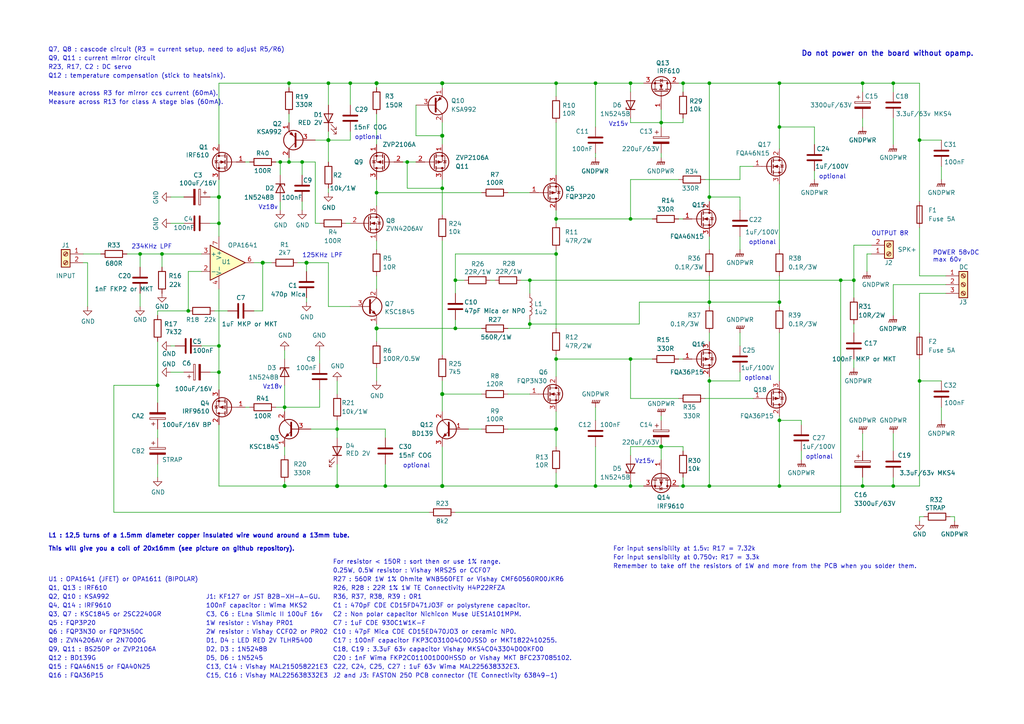
<source format=kicad_sch>
(kicad_sch (version 20211123) (generator eeschema)
  (paper "A4")
  (title_block (title "Q17-TURBO (P2) Amplifier") (date "2022-09-09") (rev "1.0") (company "by eng. Tiberiu Vicol") (comment 1 "Modified by Stef for the Q17-TURBO project") (comment 4 "Q17 a QUAD405 audiophile approach"))
  (junction (at 243.84 81.28))
  (junction (at 247.65 81.28))
  (junction (at 54.61 90.17))
  (junction (at 259.08 140.97))
  (junction (at 81.28 46.99))
  (junction (at 205.74 24.13))
  (junction (at 63.5 100.33))
  (junction (at 226.06 87.63))
  (junction (at 76.2 76.2) (diameter 1.016))
  (junction (at 128.27 140.97) (diameter 1.016))
  (junction (at 259.08 24.13))
  (junction (at 205.74 57.15))
  (junction (at 250.19 140.97))
  (junction (at 128.27 39.37) (diameter 1.016))
  (junction (at 205.74 87.63))
  (junction (at 45.72 111.76))
  (junction (at 118.11 46.99))
  (junction (at 83.82 46.99))
  (junction (at 153.67 93.98))
  (junction (at 101.6 24.13))
  (junction (at 63.5 107.95))
  (junction (at 226.06 24.13))
  (junction (at 82.55 140.97) (diameter 1.016))
  (junction (at 266.7 40.64))
  (junction (at 250.19 24.13))
  (junction (at 226.06 36.83))
  (junction (at 109.22 95.25) (diameter 1.016))
  (junction (at 182.88 63.5))
  (junction (at 109.22 24.13) (diameter 1.016))
  (junction (at 88.9 76.2) (diameter 1.016))
  (junction (at 191.77 129.54) (diameter 1.016))
  (junction (at 46.99 73.66))
  (junction (at 161.29 24.13))
  (junction (at 95.25 24.13))
  (junction (at 97.79 124.46))
  (junction (at 198.12 24.13))
  (junction (at 83.82 24.13))
  (junction (at 128.27 54.61))
  (junction (at 161.29 140.97))
  (junction (at 132.08 81.28))
  (junction (at 97.79 140.97) (diameter 1.016))
  (junction (at 128.27 24.13) (diameter 1.016))
  (junction (at 198.12 140.97))
  (junction (at 172.72 24.13))
  (junction (at 161.29 73.66))
  (junction (at 40.64 73.66))
  (junction (at 153.67 81.28))
  (junction (at 172.72 140.97))
  (junction (at 161.29 63.5))
  (junction (at 87.63 46.99))
  (junction (at 161.29 104.14))
  (junction (at 82.55 118.11))
  (junction (at 161.29 124.46) (diameter 1.016))
  (junction (at 109.22 55.88))
  (junction (at 226.06 140.97))
  (junction (at 182.88 104.14))
  (junction (at 63.5 64.77))
  (junction (at 111.76 140.97))
  (junction (at 191.77 35.56))
  (junction (at 128.27 114.3) (diameter 1.016))
  (junction (at 205.74 110.49))
  (junction (at 95.25 40.64) (diameter 1.016))
  (junction (at 182.88 24.13))
  (junction (at 63.5 57.15) (diameter 1.016))
  (junction (at 205.74 140.97))
  (junction (at 226.06 121.92))
  (junction (at 132.08 95.25))
  (junction (at 266.7 110.49))
  (junction (at 182.88 140.97))
  (wire (pts (xy 250.19 24.13) (xy 259.08 24.13)))
  (wire (pts (xy 134.62 81.28) (xy 132.08 81.28)))
  (wire (pts (xy 198.12 130.81) (xy 198.12 129.54)))
  (wire (pts (xy 88.9 76.2) (xy 95.25 76.2)))
  (wire (pts (xy 153.67 81.28) (xy 243.84 81.28)))
  (wire (pts (xy 124.46 148.59) (xy 33.02 148.59)))
  (wire (pts (xy 45.72 111.76) (xy 45.72 116.84)))
  (wire (pts (xy 132.08 73.66) (xy 161.29 73.66)))
  (wire (pts (xy 95.25 40.64) (xy 95.25 38.1)))
  (wire (pts (xy 91.44 40.64) (xy 95.25 40.64)))
  (wire (pts (xy 97.79 121.92) (xy 97.79 124.46)))
  (wire (pts (xy 182.88 63.5) (xy 189.23 63.5)))
  (wire (pts (xy 118.11 54.61) (xy 118.11 46.99)))
  (wire (pts (xy 198.12 129.54) (xy 191.77 129.54)))
  (wire (pts (xy 83.82 33.02) (xy 83.82 35.56)))
  (wire (pts (xy 226.06 24.13) (xy 226.06 36.83)))
  (wire (pts (xy 91.44 64.77) (xy 91.44 46.99)))
  (wire (pts (xy 128.27 54.61) (xy 118.11 54.61)))
  (wire (pts (xy 71.12 46.99) (xy 72.39 46.99)))
  (wire (pts (xy 198.12 24.13) (xy 198.12 26.67)))
  (wire (pts (xy 45.72 99.06) (xy 45.72 111.76)))
  (wire (pts (xy 266.7 85.09) (xy 266.7 96.52)))
  (wire (pts (xy 226.06 36.83) (xy 226.06 43.18)))
  (wire (pts (xy 161.29 119.38) (xy 161.29 124.46)))
  (wire (pts (xy 161.29 124.46) (xy 161.29 129.54)))
  (wire (pts (xy 232.41 133.35) (xy 232.41 130.81)))
  (wire (pts (xy 132.08 73.66) (xy 132.08 81.28)))
  (wire (pts (xy 161.29 63.5) (xy 182.88 63.5)))
  (wire (pts (xy 243.84 81.28) (xy 243.84 148.59)))
  (wire (pts (xy 226.06 87.63) (xy 226.06 88.9)))
  (wire (pts (xy 40.64 77.47) (xy 40.64 73.66)))
  (wire (pts (xy 45.72 134.62) (xy 45.72 138.43)))
  (wire (pts (xy 76.2 76.2) (xy 76.2 90.17)))
  (wire (pts (xy 153.67 93.98) (xy 153.67 95.25)))
  (wire (pts (xy 236.22 41.91) (xy 236.22 36.83)))
  (wire (pts (xy 128.27 69.85) (xy 128.27 102.87)))
  (wire (pts (xy 45.72 124.46) (xy 45.72 127)))
  (wire (pts (xy 191.77 31.75) (xy 191.77 35.56)))
  (wire (pts (xy 63.5 113.03) (xy 63.5 107.95)))
  (wire (pts (xy 205.74 96.52) (xy 205.74 99.06)))
  (wire (pts (xy 247.65 81.28) (xy 247.65 86.36)))
  (wire (pts (xy 214.63 48.26) (xy 218.44 48.26)))
  (wire (pts (xy 111.76 134.62) (xy 111.76 140.97)))
  (wire (pts (xy 247.65 71.12) (xy 247.65 81.28)))
  (wire (pts (xy 226.06 36.83) (xy 236.22 36.83)))
  (wire (pts (xy 226.06 110.49) (xy 226.06 96.52)))
  (wire (pts (xy 83.82 45.72) (xy 83.82 46.99)))
  (wire (pts (xy 161.29 104.14) (xy 161.29 109.22)))
  (wire (pts (xy 40.64 73.66) (xy 46.99 73.66)))
  (wire (pts (xy 128.27 52.07) (xy 128.27 54.61)))
  (wire (pts (xy 132.08 81.28) (xy 132.08 85.09)))
  (wire (pts (xy 205.74 140.97) (xy 226.06 140.97)))
  (wire (pts (xy 161.29 140.97) (xy 172.72 140.97)))
  (wire (pts (xy 182.88 24.13) (xy 186.69 24.13)))
  (wire (pts (xy 25.4 88.9) (xy 25.4 76.2)))
  (wire (pts (xy 236.22 49.53) (xy 236.22 52.07)))
  (wire (pts (xy 63.5 123.19) (xy 63.5 140.97)))
  (wire (pts (xy 71.12 118.11) (xy 72.39 118.11)))
  (wire (pts (xy 153.67 55.88) (xy 147.32 55.88)))
  (wire (pts (xy 33.02 111.76) (xy 45.72 111.76)))
  (wire (pts (xy 33.02 148.59) (xy 33.02 111.76)))
  (wire (pts (xy 250.19 138.43) (xy 250.19 140.97)))
  (wire (pts (xy 128.27 35.56) (xy 128.27 39.37)))
  (wire (pts (xy 161.29 35.56) (xy 161.29 50.8)))
  (wire (pts (xy 198.12 140.97) (xy 205.74 140.97)))
  (wire (pts (xy 153.67 93.98) (xy 185.42 93.98)))
  (wire (pts (xy 82.55 139.7) (xy 82.55 140.97)))
  (wire (pts (xy 80.01 46.99) (xy 81.28 46.99)))
  (wire (pts (xy 259.08 24.13) (xy 259.08 26.67)))
  (wire (pts (xy 251.46 78.74) (xy 251.46 73.66)))
  (wire (pts (xy 182.88 104.14) (xy 182.88 115.57)))
  (wire (pts (xy 46.99 77.47) (xy 46.99 73.66)))
  (wire (pts (xy 252.73 71.12) (xy 247.65 71.12)))
  (wire (pts (xy 60.96 107.95) (xy 63.5 107.95)))
  (wire (pts (xy 205.74 87.63) (xy 205.74 88.9)))
  (wire (pts (xy 204.47 52.07) (xy 214.63 52.07)))
  (wire (pts (xy 101.6 88.9) (xy 95.25 88.9)))
  (wire (pts (xy 95.25 88.9) (xy 95.25 76.2)))
  (wire (pts (xy 214.63 60.96) (xy 214.63 57.15)))
  (wire (pts (xy 36.83 73.66) (xy 40.64 73.66)))
  (wire (pts (xy 266.7 40.64) (xy 266.7 58.42)))
  (wire (pts (xy 128.27 24.13) (xy 161.29 24.13)))
  (wire (pts (xy 266.7 85.09) (xy 274.32 85.09)))
  (wire (pts (xy 259.08 140.97) (xy 250.19 140.97)))
  (wire (pts (xy 83.82 24.13) (xy 95.25 24.13)))
  (wire (pts (xy 128.27 114.3) (xy 139.7 114.3)))
  (wire (pts (xy 142.24 81.28) (xy 143.51 81.28)))
  (wire (pts (xy 62.23 90.17) (xy 66.04 90.17)))
  (wire (pts (xy 191.77 36.83) (xy 191.77 35.56)))
  (wire (pts (xy 172.72 140.97) (xy 182.88 140.97)))
  (wire (pts (xy 226.06 121.92) (xy 232.41 121.92)))
  (wire (pts (xy 63.5 52.07) (xy 63.5 57.15)))
  (wire (pts (xy 63.5 57.15) (xy 63.5 64.77)))
  (wire (pts (xy 95.25 40.64) (xy 101.6 40.64)))
  (wire (pts (xy 147.32 114.3) (xy 153.67 114.3)))
  (wire (pts (xy 60.96 64.77) (xy 63.5 64.77)))
  (wire (pts (xy 153.67 92.71) (xy 153.67 93.98)))
  (wire (pts (xy 147.32 95.25) (xy 153.67 95.25)))
  (wire (pts (xy 196.85 63.5) (xy 198.12 63.5)))
  (wire (pts (xy 82.55 140.97) (xy 97.79 140.97)))
  (wire (pts (xy 205.74 109.22) (xy 205.74 110.49)))
  (wire (pts (xy 196.85 104.14) (xy 198.12 104.14)))
  (wire (pts (xy 191.77 45.72) (xy 191.77 44.45)))
  (wire (pts (xy 49.53 64.77) (xy 53.34 64.77)))
  (wire (pts (xy 101.6 24.13) (xy 109.22 24.13)))
  (wire (pts (xy 161.29 24.13) (xy 172.72 24.13)))
  (wire (pts (xy 161.29 24.13) (xy 161.29 27.94)))
  (wire (pts (xy 81.28 46.99) (xy 83.82 46.99)))
  (wire (pts (xy 132.08 95.25) (xy 139.7 95.25)))
  (wire (pts (xy 92.71 113.03) (xy 92.71 118.11)))
  (wire (pts (xy 25.4 76.2) (xy 24.13 76.2)))
  (wire (pts (xy 97.79 124.46) (xy 97.79 127)))
  (wire (pts (xy 267.97 149.86) (xy 266.7 149.86)))
  (wire (pts (xy 118.11 46.99) (xy 120.65 46.99)))
  (wire (pts (xy 182.88 104.14) (xy 189.23 104.14)))
  (wire (pts (xy 128.27 110.49) (xy 128.27 114.3)))
  (wire (pts (xy 151.13 81.28) (xy 153.67 81.28)))
  (wire (pts (xy 226.06 120.65) (xy 226.06 121.92)))
  (wire (pts (xy 101.6 24.13) (xy 101.6 30.48)))
  (wire (pts (xy 80.01 118.11) (xy 82.55 118.11)))
  (wire (pts (xy 147.32 124.46) (xy 161.29 124.46)))
  (wire (pts (xy 161.29 102.87) (xy 161.29 104.14)))
  (wire (pts (xy 182.88 115.57) (xy 196.85 115.57)))
  (wire (pts (xy 214.63 96.52) (xy 214.63 100.33)))
  (wire (pts (xy 185.42 93.98) (xy 185.42 87.63)))
  (wire (pts (xy 95.25 30.48) (xy 95.25 24.13)))
  (wire (pts (xy 49.53 100.33) (xy 50.8 100.33)))
  (wire (pts (xy 97.79 114.3) (xy 97.79 110.49)))
  (wire (pts (xy 128.27 114.3) (xy 128.27 119.38)))
  (wire (pts (xy 182.88 35.56) (xy 191.77 35.56)))
  (wire (pts (xy 182.88 34.29) (xy 182.88 35.56)))
  (wire (pts (xy 214.63 68.58) (xy 214.63 72.39)))
  (wire (pts (xy 259.08 34.29) (xy 259.08 41.91)))
  (wire (pts (xy 109.22 80.01) (xy 109.22 83.82)))
  (wire (pts (xy 109.22 69.85) (xy 109.22 72.39)))
  (wire (pts (xy 109.22 52.07) (xy 109.22 55.88)))
  (wire (pts (xy 88.9 76.2) (xy 88.9 78.74)))
  (wire (pts (xy 86.36 76.2) (xy 88.9 76.2)))
  (wire (pts (xy 87.63 46.99) (xy 87.63 50.8)))
  (wire (pts (xy 128.27 39.37) (xy 128.27 41.91)))
  (wire (pts (xy 226.06 140.97) (xy 250.19 140.97)))
  (wire (pts (xy 252.73 73.66) (xy 251.46 73.66)))
  (wire (pts (xy 132.08 92.71) (xy 132.08 95.25)))
  (wire (pts (xy 172.72 45.72) (xy 172.72 44.45)))
  (wire (pts (xy 95.25 54.61) (xy 95.25 55.88)))
  (wire (pts (xy 139.7 124.46) (xy 135.89 124.46)))
  (wire (pts (xy 185.42 87.63) (xy 205.74 87.63)))
  (wire (pts (xy 132.08 148.59) (xy 243.84 148.59)))
  (wire (pts (xy 60.96 57.15) (xy 63.5 57.15)))
  (wire (pts (xy 205.74 110.49) (xy 205.74 140.97)))
  (wire (pts (xy 273.05 40.64) (xy 266.7 40.64)))
  (wire (pts (xy 54.61 78.74) (xy 58.42 78.74)))
  (wire (pts (xy 128.27 24.13) (xy 128.27 25.4)))
  (wire (pts (xy 182.88 52.07) (xy 196.85 52.07)))
  (wire (pts (xy 226.06 121.92) (xy 226.06 140.97)))
  (wire (pts (xy 196.85 140.97) (xy 198.12 140.97)))
  (wire (pts (xy 161.29 73.66) (xy 161.29 72.39)))
  (wire (pts (xy 273.05 110.49) (xy 266.7 110.49)))
  (wire (pts (xy 161.29 140.97) (xy 161.29 137.16)))
  (wire (pts (xy 128.27 129.54) (xy 128.27 140.97)))
  (wire (pts (xy 128.27 140.97) (xy 161.29 140.97)))
  (wire (pts (xy 45.72 90.17) (xy 45.72 91.44)))
  (wire (pts (xy 120.65 30.48) (xy 120.65 39.37)))
  (wire (pts (xy 63.5 41.91) (xy 63.5 24.13)))
  (wire (pts (xy 63.5 24.13) (xy 83.82 24.13)))
  (wire (pts (xy 90.17 124.46) (xy 97.79 124.46)))
  (wire (pts (xy 128.27 54.61) (xy 128.27 62.23)))
  (wire (pts (xy 191.77 121.92) (xy 191.77 120.65)))
  (wire (pts (xy 161.29 73.66) (xy 161.29 95.25)))
  (wire (pts (xy 259.08 125.73) (xy 259.08 130.81)))
  (wire (pts (xy 172.72 129.54) (xy 172.72 140.97)))
  (wire (pts (xy 161.29 63.5) (xy 161.29 64.77)))
  (wire (pts (xy 116.84 46.99) (xy 118.11 46.99)))
  (wire (pts (xy 83.82 25.4) (xy 83.82 24.13)))
  (wire (pts (xy 205.74 80.01) (xy 205.74 87.63)))
  (wire (pts (xy 226.06 80.01) (xy 226.06 87.63)))
  (wire (pts (xy 214.63 57.15) (xy 205.74 57.15)))
  (wire (pts (xy 266.7 24.13) (xy 266.7 40.64)))
  (wire (pts (xy 266.7 149.86) (xy 266.7 151.13)))
  (wire (pts (xy 109.22 55.88) (xy 139.7 55.88)))
  (wire (pts (xy 266.7 80.01) (xy 274.32 80.01)))
  (wire (pts (xy 109.22 106.68) (xy 109.22 110.49)))
  (wire (pts (xy 214.63 52.07) (xy 214.63 48.26)))
  (wire (pts (xy 198.12 138.43) (xy 198.12 140.97)))
  (wire (pts (xy 266.7 66.04) (xy 266.7 80.01)))
  (wire (pts (xy 95.25 24.13) (xy 101.6 24.13)))
  (wire (pts (xy 63.5 140.97) (xy 82.55 140.97)))
  (wire (pts (xy 88.9 86.36) (xy 88.9 87.63)))
  (wire (pts (xy 97.79 140.97) (xy 97.79 134.62)))
  (wire (pts (xy 73.66 76.2) (xy 76.2 76.2)))
  (wire (pts (xy 76.2 76.2) (xy 78.74 76.2)))
  (wire (pts (xy 40.64 85.09) (xy 40.64 88.9)))
  (wire (pts (xy 191.77 129.54) (xy 191.77 133.35)))
  (wire (pts (xy 111.76 124.46) (xy 111.76 127)))
  (wire (pts (xy 82.55 118.11) (xy 82.55 119.38)))
  (wire (pts (xy 82.55 118.11) (xy 92.71 118.11)))
  (wire (pts (xy 266.7 110.49) (xy 266.7 140.97)))
  (wire (pts (xy 198.12 24.13) (xy 205.74 24.13)))
  (wire (pts (xy 232.41 123.19) (xy 232.41 121.92)))
  (wire (pts (xy 161.29 104.14) (xy 182.88 104.14)))
  (wire (pts (xy 109.22 24.13) (xy 128.27 24.13)))
  (wire (pts (xy 172.72 24.13) (xy 172.72 36.83)))
  (wire (pts (xy 205.74 24.13) (xy 205.74 57.15)))
  (wire (pts (xy 100.33 64.77) (xy 101.6 64.77)))
  (wire (pts (xy 204.47 115.57) (xy 218.44 115.57)))
  (wire (pts (xy 97.79 140.97) (xy 111.76 140.97)))
  (wire (pts (xy 153.67 81.28) (xy 153.67 85.09)))
  (wire (pts (xy 45.72 90.17) (xy 54.61 90.17)))
  (wire (pts (xy 182.88 140.97) (xy 186.69 140.97)))
  (wire (pts (xy 275.59 149.86) (xy 276.86 149.86)))
  (wire (pts (xy 276.86 149.86) (xy 276.86 151.13)))
  (wire (pts (xy 58.42 100.33) (xy 63.5 100.33)))
  (wire (pts (xy 109.22 95.25) (xy 109.22 99.06)))
  (wire (pts (xy 73.66 90.17) (xy 76.2 90.17)))
  (wire (pts (xy 266.7 104.14) (xy 266.7 110.49)))
  (wire (pts (xy 266.7 24.13) (xy 259.08 24.13)))
  (wire (pts (xy 259.08 82.55) (xy 259.08 91.44)))
  (wire (pts (xy 259.08 82.55) (xy 274.32 82.55)))
  (wire (pts (xy 198.12 35.56) (xy 191.77 35.56)))
  (wire (pts (xy 205.74 87.63) (xy 226.06 87.63)))
  (wire (pts (xy 259.08 138.43) (xy 259.08 140.97)))
  (wire (pts (xy 49.53 107.95) (xy 53.34 107.95)))
  (wire (pts (xy 266.7 140.97) (xy 259.08 140.97)))
  (wire (pts (xy 87.63 46.99) (xy 91.44 46.99)))
  (wire (pts (xy 182.88 139.7) (xy 182.88 140.97)))
  (wire (pts (xy 81.28 46.99) (xy 81.28 50.8)))
  (wire (pts (xy 205.74 24.13) (xy 226.06 24.13)))
  (wire (pts (xy 49.53 57.15) (xy 53.34 57.15)))
  (wire (pts (xy 101.6 38.1) (xy 101.6 40.64)))
  (wire (pts (xy 182.88 63.5) (xy 182.88 52.07)))
  (wire (pts (xy 172.72 24.13) (xy 182.88 24.13)))
  (wire (pts (xy 226.06 53.34) (xy 226.06 72.39)))
  (wire (pts (xy 182.88 129.54) (xy 182.88 132.08)))
  (wire (pts (xy 95.25 40.64) (xy 95.25 46.99)))
  (wire (pts (xy 111.76 140.97) (xy 128.27 140.97)))
  (wire (pts (xy 87.63 60.96) (xy 87.63 58.42)))
  (wire (pts (xy 198.12 34.29) (xy 198.12 35.56)))
  (wire (pts (xy 46.99 73.66) (xy 58.42 73.66)))
  (wire (pts (xy 205.74 57.15) (xy 205.74 58.42)))
  (wire (pts (xy 24.13 73.66) (xy 29.21 73.66)))
  (wire (pts (xy 109.22 55.88) (xy 109.22 59.69)))
  (wire (pts (xy 243.84 81.28) (xy 247.65 81.28)))
  (wire (pts (xy 172.72 118.11) (xy 172.72 121.92)))
  (wire (pts (xy 214.63 107.95) (xy 214.63 110.49)))
  (wire (pts (xy 82.55 101.6) (xy 82.55 104.14)))
  (wire (pts (xy 92.71 64.77) (xy 91.44 64.77)))
  (wire (pts (xy 92.71 101.6) (xy 92.71 105.41)))
  (wire (pts (xy 63.5 100.33) (xy 63.5 107.95)))
  (wire (pts (xy 247.65 104.14) (xy 247.65 106.68)))
  (wire (pts (xy 63.5 83.82) (xy 63.5 100.33)))
  (wire (pts (xy 161.29 60.96) (xy 161.29 63.5)))
  (wire (pts (xy 63.5 68.58) (xy 63.5 64.77)))
  (wire (pts (xy 247.65 93.98) (xy 247.65 96.52)))
  (wire (pts (xy 205.74 72.39) (xy 205.74 68.58)))
  (wire (pts (xy 250.19 34.29) (xy 250.19 36.83)))
  (wire (pts (xy 182.88 24.13) (xy 182.88 26.67)))
  (wire (pts (xy 97.79 124.46) (xy 111.76 124.46)))
  (wire (pts (xy 82.55 111.76) (xy 82.55 118.11)))
  (wire (pts (xy 109.22 95.25) (xy 132.08 95.25)))
  (wire (pts (xy 273.05 48.26) (xy 273.05 52.07)))
  (wire (pts (xy 109.22 93.98) (xy 109.22 95.25)))
  (wire (pts (xy 250.19 130.81) (xy 250.19 125.73)))
  (wire (pts (xy 81.28 58.42) (xy 81.28 60.96)))
  (wire (pts (xy 109.22 33.02) (xy 109.22 41.91)))
  (wire (pts (xy 226.06 24.13) (xy 250.19 24.13)))
  (wire (pts (xy 128.27 39.37) (xy 120.65 39.37)))
  (wire (pts (xy 273.05 118.11) (xy 273.05 121.92)))
  (wire (pts (xy 250.19 26.67) (xy 250.19 24.13)))
  (wire (pts (xy 196.85 24.13) (xy 198.12 24.13)))
  (wire (pts (xy 83.82 46.99) (xy 87.63 46.99)))
  (wire (pts (xy 191.77 129.54) (xy 182.88 129.54)))
  (wire (pts (xy 82.55 132.08) (xy 82.55 129.54)))
  (wire (pts (xy 109.22 24.13) (xy 109.22 25.4)))
  (wire (pts (xy 54.61 90.17) (xy 54.61 78.74)))
  (wire (pts (xy 205.74 110.49) (xy 214.63 110.49)))
  (text "D1, D4 : LED RED 2V TLHR5400" (at 59.69 186.69 0) (effects (font (size 1.27 1.27)) (justify left bottom)))
  (text "Do not power on the board without opamp." (at 232.41 16.51 0) (effects (font (size 1.5 1.5) (thickness 0.254) bold) (justify left bottom)))
  (text "C10 : 47pF Mica CDE CD15ED470JO3 or ceramic NP0." (at 96.52 184.15 0) (effects (font (size 1.27 1.27)) (justify left bottom)))
  (text "C15, C16 : Vishay MAL225638332E3" (at 59.69 196.85 0) (effects (font (size 1.27 1.27)) (justify left bottom)))
  (text "Vz15v" (at 176.53 36.83 0) (effects (font (size 1.27 1.27)) (justify left bottom)))
  (text "R27 : 560R 1W 1% Ohmite WNB560FET or Vishay CMF60560R00JKR6" (at 96.52 168.91 0) (effects (font (size 1.27 1.27)) (justify left bottom)))
  (text "Q12 : BD139G" (at 13.97 191.77 0) (effects (font (size 1.27 1.27)) (justify left bottom)))
  (text "Q4, Q14 : IRF9610" (at 13.97 176.53 0) (effects (font (size 1.27 1.27)) (justify left bottom)))
  (text "C20 : 1nF Wima FKP2C011001D00HSSD or Vishay MKT BFC237085102." (at 96.52 191.77 0) (effects (font (size 1.27 1.27)) (justify left bottom)))
  (text "D5, D6 : 1N5245" (at 59.69 191.77 0) (effects (font (size 1.27 1.27)) (justify left bottom)))
  (text "U1 : OPA1641 (JFET) or OPA1611 (BIPOLAR)" (at 13.97 168.91 0) (effects (font (size 1.27 1.27)) (justify left bottom)))
  (text "This will give you a coil of 20x16mm (see picture on github repository)." (at 13.97 160.02 0) (effects (font (size 1.27 1.27) (thickness 0.254) bold) (justify left bottom)))
  (text "Q12 : temperature compensation (stick to heatsink)." (at 13.97 22.86 0) (effects (font (size 1.27 1.27)) (justify left bottom)))
  (text "Vz18v" (at 74.93 60.96 0) (effects (font (size 1.27 1.27)) (justify left bottom)))
  (text "C13, C14 : Vishay MAL215058221E3" (at 59.69 194.31 0) (effects (font (size 1.27 1.27)) (justify left bottom)))
  (text "C18, C19 : 3.3uF 63v capacitor Vishay MKS4C043304D00KF00" (at 96.52 189.23 0) (effects (font (size 1.27 1.27)) (justify left bottom)))
  (text "Q9, Q11 : BS250P or ZVP2106A" (at 13.97 189.23 0) (effects (font (size 1.27 1.27)) (justify left bottom)))
  (text "C1 : 470pF CDE CD15FD471JO3F or polystyrene capacitor." (at 96.52 176.53 0) (effects (font (size 1.27 1.27)) (justify left bottom)))
  (text "J2 and J3: FASTON 250 PCB connector (TE Connectivity 63849-1)" (at 96.52 196.85 0) (effects (font (size 1.27 1.27)) (justify left bottom)))
  (text "optional" (at 116.84 135.89 0) (effects (font (size 1.27 1.27)) (justify left bottom)))
  (text "Q15 : FQA46N15 or FQA40N25" (at 13.97 194.31 0) (effects (font (size 1.27 1.27)) (justify left bottom)))
  (text "C17 : 100nF capacitor FKP3C031004C00JSSD or MKT1822410255." (at 96.52 186.69 0) (effects (font (size 1.27 1.27)) (justify left bottom)))
  (text "R23, R17, C2 : DC servo" (at 13.97 20.32 0) (effects (font (size 1.27 1.27)) (justify left bottom)))
  (text "234KHz LPF" (at 38.1 72.39 0) (effects (font (size 1.27 1.27)) (justify left bottom)))
  (text "Q9, Q11 : current mirror circuit" (at 13.97 17.78 0) (effects (font (size 1.27 1.27)) (justify left bottom)))
  (text "Q1, Q13 : IRF610" (at 13.97 171.45 0) (effects (font (size 1.27 1.27)) (justify left bottom)))
  (text "OUTPUT 8R" (at 252.73 68.58 0) (effects (font (size 1.27 1.27)) (justify left bottom)))
  (text "Q3, Q7 : KSC1845 or 2SC2240GR" (at 13.97 179.07 0) (effects (font (size 1.27 1.27)) (justify left bottom)))
  (text "Q5 : FQP3P20" (at 13.97 181.61 0) (effects (font (size 1.27 1.27)) (justify left bottom)))
  (text "optional" (at 237.49 52.07 0) (effects (font (size 1.27 1.27)) (justify left bottom)))
  (text "L1 : 12,5 turns of a 1.5mm diameter copper insulated wire wound around a 13mm tube." (at 13.97 156.21 0) (effects (font (size 1.27 1.27) (thickness 0.254) bold) (justify left bottom)))
  (text "C22, C24, C25, C27 : 1uF 63v Wima MAL225638332E3." (at 96.52 194.31 0) (effects (font (size 1.27 1.27)) (justify left bottom)))
  (text "Q7, Q8 : cascode circuit (R3 = current setup, need to adjust R5/R6)" (at 13.97 15.24 0) (effects (font (size 1.27 1.27)) (justify left bottom)))
  (text "For input sensibility at 0.750v: R17 = 3.3k" (at 177.8 162.56 0) (effects (font (size 1.27 1.27)) (justify left bottom)))
  (text "1W resistor : Vishay PR01" (at 59.69 181.61 0) (effects (font (size 1.27 1.27)) (justify left bottom)))
  (text "C7 : 1uF CDE 930C1W1K-F" (at 96.52 181.61 0) (effects (font (size 1.27 1.27)) (justify left bottom)))
  (text "D2, D3 : 1N5248B" (at 59.69 189.23 0) (effects (font (size 1.27 1.27)) (justify left bottom)))
  (text "Q6 : FQP3N30 or FQP3N50C" (at 13.97 184.15 0) (effects (font (size 1.27 1.27)) (justify left bottom)))
  (text "For input sensibility at 1.5v: R17 = 7.32k" (at 177.8 160.02 0) (effects (font (size 1.27 1.27)) (justify left bottom)))
  (text "J1: KF127 or JST B2B-XH-A-GU." (at 59.69 173.99 0) (effects (font (size 1.27 1.27)) (justify left bottom)))
  (text "Remember to take off the resistors of 1W and more from the PCB when you solder them." (at 177.8 165.1 0) (effects (font (size 1.27 1.27)) (justify left bottom)))
  (text "Q16 : FQA36P15" (at 13.97 196.85 0) (effects (font (size 1.27 1.27)) (justify left bottom)))
  (text "R26, R28 : 22R 1% 1W TE Connectivity H4P22RFZA" (at 96.52 171.45 0) (effects (font (size 1.27 1.27)) (justify left bottom)))
  (text "C2 : Non polar capacitor Nichicon Muse UES1A101MPM." (at 96.52 179.07 0) (effects (font (size 1.27 1.27)) (justify left bottom)))
  (text "2W resistor : Vishay CCF02 or PR02" (at 59.69 184.15 0) (effects (font (size 1.27 1.27)) (justify left bottom)))
  (text "0.25W, 0.5W resistor : Vishay MRS25 or CCF07" (at 96.52 166.37 0) (effects (font (size 1.27 1.27)) (justify left bottom)))
  (text "optional" (at 102.87 40.64 0) (effects (font (size 1.27 1.27)) (justify left bottom)))
  (text "POWER 58vDC\nmax 60v" (at 270.51 76.2 0) (effects (font (size 1.27 1.27)) (justify left bottom)))
  (text "125KHz LPF" (at 87.63 74.93 0) (effects (font (size 1.27 1.27)) (justify left bottom)))
  (text "Measure across R3 for mirror ccs current (60mA)." (at 13.97 27.94 0) (effects (font (size 1.27 1.27)) (justify left bottom)))
  (text "R36, R37, R38, R39 : 0R1" (at 96.52 173.99 0) (effects (font (size 1.27 1.27)) (justify left bottom)))
  (text "Measure across R13 for class A stage bias (60mA)." (at 13.97 30.48 0) (effects (font (size 1.27 1.27)) (justify left bottom)))
  (text "100nF capacitor : Wima MKS2" (at 59.69 176.53 0) (effects (font (size 1.27 1.27)) (justify left bottom)))
  (text "optional" (at 215.9 110.49 0) (effects (font (size 1.27 1.27)) (justify left bottom)))
  (text "Vz15v" (at 184.15 134.62 0) (effects (font (size 1.27 1.27)) (justify left bottom)))
  (text "Vz18v" (at 76.2 113.03 0) (effects (font (size 1.27 1.27)) (justify left bottom)))
  (text "Q2, Q10 : KSA992" (at 13.97 173.99 0) (effects (font (size 1.27 1.27)) (justify left bottom)))
  (text "optional" (at 217.17 71.12 0) (effects (font (size 1.27 1.27)) (justify left bottom)))
  (text "optional" (at 233.68 133.35 0) (effects (font (size 1.27 1.27)) (justify left bottom)))
  (text "Q8 : ZVN4206AV or 2N7000G" (at 13.97 186.69 0) (effects (font (size 1.27 1.27)) (justify left bottom)))
  (text "For resistor < 150R : sort then or use 1% range." (at 96.52 163.83 0) (effects (font (size 1.27 1.27)) (justify left bottom)))
  (text "C3, C6 : ELna Silmic II 100uF 16v" (at 59.69 179.07 0) (effects (font (size 1.27 1.27)) (justify left bottom)))
  (symbol (lib_id "Device:Q_NPN_BCE") (at 130.81 124.46 0) (mirror y) (unit 1)
    (property "Reference" "Q12" (at 125.73 123.1899 0) (effects (justify left)))
    (property "Value" "BD139" (at 125.73 125.7299 0) (effects (justify left)))
    (property "Footprint" "Q17_Library:BD139_Horizontal_TabDown" (effects hide))
    (property "Part#" "BD139G" (effects hide))
  )
  (symbol (lib_id "Device:R") (at 33.02 73.66 270) (mirror x) (unit 1)
    (property "Reference" "R33" (at 33.02 71.12 90))
    (property "Value" "680R" (at 33.0388 76.3985 90))
    (property "Footprint" "Resistor_THT:R_Axial_DIN0207_L6.3mm_D2.5mm_P10.16mm_Horizontal" (effects hide))
    (property "Part#" "MRS25000C6800FCT00" (effects hide))
  )
  (symbol (lib_id "Device:R") (at 161.29 133.35 0) (unit 1)
    (property "Reference" "R13" (at 155.194 132.588 0) (effects (justify left)))
    (property "Value" "10R" (at 155.194 134.8867 0) (effects (justify left)))
    (property "Footprint" "Resistor_THT:R_Axial_DIN0207_L6.3mm_D2.5mm_P10.16mm_Horizontal" (effects hide))
    (property "Part#" "MRS25000C1009FCT00" (effects hide))
  )
  (symbol (lib_id "Device:C") (at 40.64 81.28 180) (unit 1)
    (property "Reference" "C20" (at 38.1 80.01 0) (effects (justify left)))
    (property "Value" "1nF FKP2 or MKT" (at 44.45 83.82 0) (effects (justify left)))
    (property "Footprint" "Q17_Library:C_Mica_v2_L11.4mm_W4.3mm_H9.1_P5.9mm_mix" (effects hide))
    (property "Part#" "FKP2D011001D00JSSD" (effects hide))
  )
  (symbol (lib_id "power:GND") (at 46.99 85.09 0) (unit 1)
    (property "Reference" "#PWR0113" (effects hide))
    (property "Value" "GND" (at 46.99 88.9 0))
  )
  (symbol (lib_id "Device:Q_PNP_ECB") (at 125.73 30.48 0) (mirror x) (unit 1)
    (property "Reference" "Q10" (at 130.81 29.2099 0) (effects (justify left)))
    (property "Value" "KSA992" (at 130.81 31.7499 0) (effects (justify left)))
    (property "Footprint" "Package_TO_SOT_THT:TO-92_Inline_Wide" (effects hide))
    (property "Part#" "KSA992FBTA" (effects hide))
  )
  (symbol (lib_id "Device:R") (at 247.65 90.17 0) (unit 1)
    (property "Reference" "R31" (at 248.92 88.9 0) (effects (justify left)))
    (property "Value" "10R/2W" (at 248.92 91.44 0) (effects (justify left)))
    (property "Footprint" "Q17_Library:R_Axial_L12.0mm_D5.0mm_P15.24mm_Horizontal_Dale_1W" (effects hide))
    (property "Part#" "PR02000201009JR500" (effects hide))
  )
  (symbol (lib_id "Device:C") (at 57.15 64.77 90) (unit 1)
    (property "Reference" "C4" (at 54.61 63.5 90))
    (property "Value" "100nF" (at 53.34 66.04 90))
    (property "Footprint" "Capacitor_THT:C_Rect_L7.2mm_W2.5mm_P5.00mm_FKS2_FKP2_MKS2_MKP2" (effects hide))
    (property "Spice_Primitive" "C" (effects hide))
    (property "Spice_Model" "100n" (effects hide))
    (property "Spice_Netlist_Enabled" "Y" (effects hide))
    (property "Part#" "MKS2D031001A00KSSD" (effects hide))
  )
  (symbol (lib_id "power:GND") (at 45.72 138.43 0) (unit 1)
    (property "Reference" "#PWR0107" (effects hide))
    (property "Value" "GND" (at 45.8343 142.7544 0))
  )
  (symbol (lib_id "Device:R") (at 82.55 76.2 90) (unit 1)
    (property "Reference" "R1" (at 82.55 70.9738 90))
    (property "Value" "2k7" (at 82.55 73.2725 90))
    (property "Footprint" "Resistor_THT:R_Axial_DIN0207_L6.3mm_D2.5mm_P10.16mm_Horizontal" (effects hide))
    (property "Part#" "MRS25000C2701FCT00" (effects hide))
  )
  (symbol (lib_id "power:GNDPWR") (at 191.77 120.65 180) (unit 1)
    (property "Reference" "#PWR0121" (effects hide))
    (property "Value" "GNDPWR" (at 191.77 117.094 0))
  )
  (symbol (lib_id "Device:C") (at 236.22 45.72 180) (unit 1)
    (property "Reference" "C24" (at 238.76 43.18 0))
    (property "Value" "1uF/100V" (at 241.3 48.26 0))
    (property "Footprint" "Capacitor_THT:C_Rect_L7.2mm_W7.2mm_P5.00mm_FKS2_FKP2_MKS2_MKP2" (effects hide))
    (property "Part#" "MKS2D041001K00JSSD" (effects hide))
  )
  (symbol (lib_id "Device:R") (at 205.74 92.71 0) (unit 1)
    (property "Reference" "R37" (at 199.39 91.44 0) (effects (justify left)))
    (property "Value" "0.1R/3W" (at 194.31 93.98 0) (effects (justify left)))
    (property "Footprint" "Resistor_THT:R_Axial_DIN0614_L14.3mm_D5.7mm_P7.62mm_Vertical" (effects hide))
    (property "Datasheet" "https://www.mouser.fr/ProductDetail/KOA-Speer/BPR58CR10J?qs=c3C3yipULq1EyCkbnj3nTQ%3D%3D" (effects hide))
    (property "Part#" "KOA MOSX3CT631RR10J" (effects hide))
  )
  (symbol (lib_id "Device:C") (at 172.72 125.73 0) (unit 1)
    (property "Reference" "C12" (at 167.64 123.19 0) (effects (justify left)))
    (property "Value" "100nF" (at 173.99 123.19 0) (effects (justify left)))
    (property "Footprint" "Capacitor_THT:C_Rect_L7.2mm_W2.5mm_P5.00mm_FKS2_FKP2_MKS2_MKP2" (effects hide))
    (property "Spice_Primitive" "C" (effects hide))
    (property "Spice_Model" "100n" (effects hide))
    (property "Spice_Netlist_Enabled" "Y" (effects hide))
    (property "Part#" "MKS2D031001A00KSSD" (effects hide))
  )
  (symbol (lib_id "Device:R") (at 161.29 68.58 0) (unit 1)
    (property "Reference" "R11" (at 163.83 67.31 0) (effects (justify left)))
    (property "Value" "47R/2W" (at 163.83 69.85 0) (effects (justify left)))
    (property "Footprint" "Resistor_THT:R_Axial_DIN0411_L9.9mm_D3.6mm_P12.70mm_Horizontal" (effects hide))
    (property "Part#" "CCF0247R0JKE36" (effects hide))
  )
  (symbol (lib_id "Device:R") (at 143.51 124.46 90) (unit 1)
    (property "Reference" "R9" (at 143.51 119.2338 90))
    (property "Value" "100R" (at 143.51 121.533 90))
    (property "Footprint" "Resistor_THT:R_Axial_DIN0207_L6.3mm_D2.5mm_P10.16mm_Horizontal" (effects hide))
    (property "Part#" "MRS25000C1000FC100" (effects hide))
  )
  (symbol (lib_id "Device:R") (at 97.79 118.11 0) (mirror x) (unit 1)
    (property "Reference" "R21" (at 99.06 116.84 0) (effects (justify left)))
    (property "Value" "10k/1W" (at 99.06 119.38 0) (effects (justify left)))
    (property "Footprint" "Resistor_THT:R_Axial_DIN0207_L6.3mm_D2.5mm_P10.16mm_Horizontal" (effects hide))
    (property "Part#" "PR01000101002JR500" (effects hide))
  )
  (symbol (lib_id "Device:LED") (at 95.25 34.29 90) (unit 1)
    (property "Reference" "D1" (at 90.9451 33.2836 90) (effects (justify right)))
    (property "Value" "RED 2V" (at 86.36 35.56 90) (effects (justify right)))
    (property "Footprint" "LED_THT:LED_D5.0mm" (effects hide))
    (property "Part#" "TLHR5400" (effects hide))
  )
  (symbol (lib_id "Device:Q_NPN_ECB") (at 85.09 124.46 0) (mirror y) (unit 1)
    (property "Reference" "Q3" (at 81.026 127 0) (effects (justify left)))
    (property "Value" "KSC1845" (at 81.026 129.54 0) (effects (justify left)))
    (property "Footprint" "Package_TO_SOT_THT:TO-92_Inline_Wide" (effects hide))
    (property "Part#" "KSC1845FTA" (effects hide))
  )
  (symbol (lib_id "Device:C_Polarized") (at 250.19 134.62 0) (unit 1)
    (property "Reference" "C16" (at 247.65 143.51 0) (effects (justify left)))
    (property "Value" "3300uF/63V" (at 247.65 146.05 0) (effects (justify left)))
    (property "Footprint" "Capacitor_THT:CP_Radial_D25.0mm_P10.00mm_SnapIn" (effects hide))
    (property "Datasheet" "https://www.mouser.fr/ProductDetail/Vishay/MAL225628222E3?qs=9jMkQ3H923KBKApxo5QwDw%3D%3D" (effects hide))
    (property "Part#" "MAL225638332E3" (effects hide))
  )
  (symbol (lib_id "Device:R") (at 193.04 104.14 90) (unit 1)
    (property "Reference" "R15" (at 194.31 98.552 90) (effects (justify left)))
    (property "Value" "330R" (at 195.58 101.092 90) (effects (justify left)))
    (property "Footprint" "Resistor_THT:R_Axial_DIN0207_L6.3mm_D2.5mm_P10.16mm_Horizontal" (effects hide))
    (property "Part#" "MRS25000C3300FC1" (effects hide))
  )
  (symbol (lib_id "power:GNDPWR") (at 172.72 118.11 180) (unit 1)
    (property "Reference" "#PWR0120" (effects hide))
    (property "Value" "GNDPWR" (at 172.72 114.3 0))
  )
  (symbol (lib_id "Device:C") (at 172.72 40.64 180) (unit 1)
    (property "Reference" "C11" (at 168.91 38.1 0))
    (property "Value" "100nF" (at 168.91 43.18 0))
    (property "Footprint" "Capacitor_THT:C_Rect_L7.2mm_W2.5mm_P5.00mm_FKS2_FKP2_MKS2_MKP2" (effects hide))
    (property "Spice_Primitive" "C" (effects hide))
    (property "Spice_Model" "100n" (effects hide))
    (property "Spice_Netlist_Enabled" "Y" (effects hide))
    (property "Part#" "MKS2D031001A00KSSD" (effects hide))
  )
  (symbol (lib_id "power:GND") (at 266.7 151.13 0) (unit 1)
    (property "Reference" "#PWR0124" (effects hide))
    (property "Value" "GND" (at 266.7 154.94 0))
  )
  (symbol (lib_id "power:GNDPWR") (at 259.08 91.44 0) (unit 1)
    (property "Reference" "#PWR0128" (effects hide))
    (property "Value" "GNDPWR" (at 258.953 95.358 0))
  )
  (symbol (lib_id "Device:C") (at 87.63 54.61 180) (unit 1)
    (property "Reference" "C9" (at 89.2165 52.3017 0))
    (property "Value" "100nF" (at 84.6399 57.2837 0))
    (property "Footprint" "Capacitor_THT:C_Rect_L7.2mm_W2.5mm_P5.00mm_FKS2_FKP2_MKS2_MKP2" (effects hide))
    (property "Spice_Primitive" "C" (effects hide))
    (property "Spice_Model" "100n" (effects hide))
    (property "Spice_Netlist_Enabled" "Y" (effects hide))
    (property "Part#" "MKS2D031001A00KSSD" (effects hide))
  )
  (symbol (lib_id "power:GND") (at 25.4 88.9 0) (unit 1)
    (property "Reference" "#PWR0114" (effects hide))
    (property "Value" "GND" (at 25.5143 93.2244 0))
  )
  (symbol (lib_id "Device:LED") (at 97.79 130.81 270) (mirror x) (unit 1)
    (property "Reference" "D4" (at 102.87 129.286 90) (effects (justify right)))
    (property "Value" "RED 2V" (at 107.4348 131.5054 90) (effects (justify right)))
    (property "Footprint" "LED_THT:LED_D5.0mm" (effects hide))
    (property "Part#" "TLHR5400" (effects hide))
  )
  (symbol (lib_id "Device:R") (at 193.04 63.5 270) (mirror x) (unit 1)
    (property "Reference" "R14" (at 191.77 58.166 90) (effects (justify left)))
    (property "Value" "330R" (at 190.5 60.706 90) (effects (justify left)))
    (property "Footprint" "Resistor_THT:R_Axial_DIN0207_L6.3mm_D2.5mm_P10.16mm_Horizontal" (effects hide))
    (property "Part#" "MRS25000C3300FC1" (effects hide))
  )
  (symbol (lib_id "Device:R") (at 161.29 31.75 0) (unit 1)
    (property "Reference" "R10" (at 163.0681 30.6006 0) (effects (justify left)))
    (property "Value" "10R" (at 163.0681 32.8993 0) (effects (justify left)))
    (property "Footprint" "Resistor_THT:R_Axial_DIN0207_L6.3mm_D2.5mm_P10.16mm_Horizontal" (effects hide))
    (property "Part#" "MRS25000C1009FCT00" (effects hide))
  )
  (symbol (lib_id "power:GNDPWR") (at 250.19 125.73 180) (unit 1)
    (property "Reference" "#PWR0125" (effects hide))
    (property "Value" "GNDPWR" (at 250.19 121.92 0))
  )
  (symbol (lib_id "Device:R") (at 138.43 81.28 90) (unit 1)
    (property "Reference" "R26" (at 138.5756 76.5684 90))
    (property "Value" "22R/1W" (at 138.5756 78.8671 90))
    (property "Footprint" "Resistor_THT:R_Axial_DIN0411_L9.9mm_D3.6mm_P12.70mm_Horizontal" (effects hide))
    (property "Part#" "H4P22RFZA" (effects hide))
  )
  (symbol (lib_id "power:GNDPWR") (at 236.22 52.07 0) (unit 1)
    (property "Reference" "#PWR0130" (effects hide))
    (property "Value" "GNDPWR" (at 236.22 55.88 0))
  )
  (symbol (lib_id "Device:D_Zener") (at 182.88 30.48 90) (unit 1)
    (property "Reference" "D6" (at 180.34 30.48 90) (effects (justify left)))
    (property "Value" "1N5245B" (at 182.88 33.02 90) (effects (justify left)))
    (property "Footprint" "Diode_THT:D_DO-35_SOD27_P7.62mm_Horizontal" (effects hide))
    (property "Datasheet" "https://www.mouser.fr/ProductDetail/512-1N5245BTR" (effects hide))
    (property "Part#" "1N5245BTR" (effects hide))
  )
  (symbol (lib_id "Device:C") (at 111.76 130.81 0) (unit 1)
    (property "Reference" "C30" (at 115.57 129.5399 0) (effects (justify left)))
    (property "Value" "15nF COG" (at 115.57 132.0799 0) (effects (justify left)))
    (property "Footprint" "Capacitor_SMD:C_1206_3216Metric" (effects hide))
    (property "Part#" "C3216NP01H153J060AA" (effects hide))
  )
  (symbol (lib_id "Device:R") (at 76.2 46.99 90) (unit 1)
    (property "Reference" "R40" (at 76.2 44.45 90))
    (property "Value" "100R" (at 76.2 49.53 90))
    (property "Footprint" "Resistor_THT:R_Axial_DIN0207_L6.3mm_D2.5mm_P10.16mm_Horizontal" (effects hide))
    (property "Part#" "MRS25000C1000FC100" (effects hide))
  )
  (symbol (lib_id "Device:R") (at 46.99 81.28 180) (unit 1)
    (property "Reference" "R16" (at 50.8 80.01 0))
    (property "Value" "22k" (at 50.8 82.55 0))
    (property "Footprint" "Resistor_THT:R_Axial_DIN0207_L6.3mm_D2.5mm_P10.16mm_Horizontal" (effects hide))
    (property "Part#" "MRS25000C2202FCT00" (effects hide))
  )
  (symbol (lib_id "power:GNDPWR") (at 250.19 36.83 0) (unit 1)
    (property "Reference" "#PWR0118" (effects hide))
    (property "Value" "GNDPWR" (at 250.19 40.64 0))
  )
  (symbol (lib_id "Device:Q_NPN_ECB") (at 106.68 88.9 0) (unit 1)
    (property "Reference" "Q7" (at 111.5315 88.1391 0) (effects (justify left)))
    (property "Value" "KSC1845" (at 111.5315 90.4378 0) (effects (justify left)))
    (property "Footprint" "Package_TO_SOT_THT:TO-92_Inline_Wide" (effects hide))
    (property "Part#" "KSC1845FTA" (effects hide))
  )
  (symbol (lib_id "power:GNDPWR") (at 214.63 96.52 180) (unit 1)
    (property "Reference" "#PWR0132" (effects hide))
    (property "Value" "GNDPWR" (at 214.63 92.71 0))
  )
  (symbol (lib_id "Device:C_Polarized") (at 57.15 107.95 90) (unit 1)
    (property "Reference" "C6" (at 54.1221 105.363 90))
    (property "Value" "100uF/16V" (at 56.134 112.776 90))
    (property "Footprint" "Capacitor_THT:CP_Radial_D10.0mm_P5.00mm" (effects hide))
    (property "Part#" "RFS-16V101MH3#5" (effects hide))
  )
  (symbol (lib_id "Device:Q_NMOS_GDS") (at 203.2 63.5 0) (unit 1)
    (property "Reference" "Q15" (at 200.66 59.436 0) (effects (justify left)))
    (property "Value" "FQA46N15" (at 194.31 68.58 0) (effects (justify left)))
    (property "Footprint" "Q17_Library:TO-3PB-3_Horizontal_TabDown_6mmHole" (effects hide))
    (property "Part#" "FQA46N15" (effects hide))
  )
  (symbol (lib_id "Device:Q_PMOS_GDS") (at 223.52 115.57 0) (mirror x) (unit 1)
    (property "Reference" "Q18" (at 218.44 113.03 0) (effects (justify left)))
    (property "Value" "FQA36P15" (at 214.63 120.65 0) (effects (justify left)))
    (property "Footprint" "Q17_Library:TO-3PB-3_Horizontal_TabDown_6mmHole" (effects hide))
    (property "Part#" "FQA36P15" (effects hide))
  )
  (symbol (lib_id "Device:C_Polarized") (at 191.77 40.64 0) (unit 1)
    (property "Reference" "C13" (at 185.42 38.1 0) (effects (justify left)))
    (property "Value" "220uF/63V" (at 180.34 43.18 0) (effects (justify left)))
    (property "Footprint" "Capacitor_THT:CP_Radial_D12.5mm_P5.00mm" (effects hide))
    (property "Part#" "MAL215058221E3" (effects hide))
  )
  (symbol (lib_id "Device:L") (at 153.67 88.9 0) (unit 1)
    (property "Reference" "L1" (at 154.9401 88.1391 0) (effects (justify left)))
    (property "Value" "1u2" (at 154.9401 90.4378 0) (effects (justify left)))
    (property "Footprint" "Q17_Library:L_Radial_D13mm_Q17_P2" (effects hide))
    (property "Part#" "L1 : 12,5 turns of a 1.5mm diameter copper insulated wire wound around a 13mm tube." (effects hide))
  )
  (symbol (lib_id "Device:R") (at 83.82 29.21 0) (unit 1)
    (property "Reference" "R19" (at 85.5981 28.0606 0) (effects (justify left)))
    (property "Value" "330R" (at 85.598 30.359 0) (effects (justify left)))
    (property "Footprint" "Resistor_THT:R_Axial_DIN0207_L6.3mm_D2.5mm_P10.16mm_Horizontal" (effects hide))
    (property "Part#" "MRS25000C3300FC1" (effects hide))
  )
  (symbol (lib_id "Device:C_Polarized") (at 45.72 120.65 0) (mirror x) (unit 1)
    (property "Reference" "CA2" (at 38.1 120.65 0) (effects (justify left)))
    (property "Value" "100uF/16V BP" (at 46.99 123.19 0) (effects (justify left)))
    (property "Footprint" "Capacitor_THT:CP_Radial_D10.0mm_P5.00mm" (effects hide))
    (property "Part#" "UES1A101MPM" (effects hide))
  )
  (symbol (lib_id "Device:C") (at 232.41 127 0) (mirror x) (unit 1)
    (property "Reference" "C27" (at 237.49 127 0))
    (property "Value" "1uF/100V" (at 237.49 129.54 0))
    (property "Footprint" "Capacitor_THT:C_Rect_L7.2mm_W7.2mm_P5.00mm_FKS2_FKP2_MKS2_MKP2" (effects hide))
    (property "Part#" "MKS2D041001K00JSSD" (effects hide))
  )
  (symbol (lib_id "Device:R") (at 143.51 95.25 90) (unit 1)
    (property "Reference" "R27" (at 143.51 92.71 90))
    (property "Value" "560R/1W" (at 143.9061 97.8047 90))
    (property "Footprint" "Resistor_THT:R_Axial_DIN0411_L9.9mm_D3.6mm_P12.70mm_Horizontal" (effects hide))
    (property "Part#" "WNB560FET" (effects hide))
  )
  (symbol (lib_id "Device:R") (at 161.29 99.06 0) (unit 1)
    (property "Reference" "R12" (at 163.83 97.79 0) (effects (justify left)))
    (property "Value" "47R/2W" (at 163.83 100.33 0) (effects (justify left)))
    (property "Footprint" "Resistor_THT:R_Axial_DIN0411_L9.9mm_D3.6mm_P12.70mm_Horizontal" (effects hide))
    (property "Part#" "CCF0247R0JKE36" (effects hide))
  )
  (symbol (lib_id "Device:C") (at 88.9 82.55 0) (unit 1)
    (property "Reference" "C1" (at 83.566 82.804 0) (effects (justify left)))
    (property "Value" "470p Mica" (at 78.486 85.344 0) (effects (justify left)))
    (property "Footprint" "Q17_Library:C_Mica_v2_L11.4mm_W4.3mm_H9.1_P5.9mm_mix" (effects hide))
    (property "Part#" "CD15FD471JO3F" (effects hide))
  )
  (symbol (lib_id "Device:R") (at 95.25 50.8 0) (unit 1)
    (property "Reference" "R2" (at 96.52 50.8 0) (effects (justify left)))
    (property "Value" "10k/1W" (at 95.6293 54.5934 0) (effects (justify left)))
    (property "Footprint" "Resistor_THT:R_Axial_DIN0207_L6.3mm_D2.5mm_P10.16mm_Horizontal" (effects hide))
    (property "Part#" "PR01000101002JR500" (effects hide))
  )
  (symbol (lib_id "Device:Q_NMOS_GDS") (at 223.52 48.26 0) (unit 1)
    (property "Reference" "Q17" (at 219.71 41.91 0) (effects (justify left)))
    (property "Value" "FQA46N15" (at 213.36 44.45 0) (effects (justify left)))
    (property "Footprint" "Q17_Library:TO-3PB-3_Horizontal_TabDown_6mmHole" (effects hide))
    (property "Part#" "FQA46N15" (effects hide))
  )
  (symbol (lib_id "power:GND") (at 81.28 60.96 0) (unit 1)
    (property "Reference" "#PWR0110" (effects hide))
    (property "Value" "GND" (at 81.3943 65.2844 0))
  )
  (symbol (lib_id "Device:R") (at 198.12 30.48 0) (unit 1)
    (property "Reference" "R29" (at 199.8981 29.3306 0) (effects (justify left)))
    (property "Value" "10k" (at 199.898 31.629 0) (effects (justify left)))
    (property "Footprint" "Resistor_THT:R_Axial_DIN0207_L6.3mm_D2.5mm_P10.16mm_Horizontal" (effects hide))
    (property "Part#" "MRS25000C1009FCT00" (effects hide))
  )
  (symbol (lib_id "Device:C_Polarized") (at 191.77 125.73 0) (unit 1)
    (property "Reference" "C14" (at 185.42 123.19 0) (effects (justify left)))
    (property "Value" "220uF/63V" (at 180.34 128.27 0) (effects (justify left)))
    (property "Footprint" "Capacitor_THT:CP_Radial_D12.5mm_P5.00mm" (effects hide))
    (property "Part#" "MAL215058221E3" (effects hide))
  )
  (symbol (lib_id "Device:R") (at 143.51 55.88 90) (unit 1)
    (property "Reference" "R7" (at 143.51 50.6538 90))
    (property "Value" "100R" (at 143.51 52.9525 90))
    (property "Footprint" "Resistor_THT:R_Axial_DIN0207_L6.3mm_D2.5mm_P10.16mm_Horizontal" (effects hide))
    (property "Part#" "MRS25000C1000FC100" (effects hide))
  )
  (symbol (lib_id "Transistor_FET:ZVP2106A") (at 111.76 46.99 180) (unit 1)
    (property "Reference" "Q9" (at 105.41 46.99 0) (effects (justify left)))
    (property "Value" "ZVP2106A" (at 120.65 41.91 0) (effects (justify left)))
    (property "Footprint" "Package_TO_SOT_THT:TO-92S_Wide" (effects hide))
    (property "Part#" "ZVP2106A" (effects hide))
  )
  (symbol (lib_id "power:GND") (at 49.53 57.15 270) (unit 1)
    (property "Reference" "#PWR0109" (effects hide))
    (property "Value" "GND" (at 45.2056 57.2643 0))
  )
  (symbol (lib_id "Device:C") (at 132.08 88.9 0) (unit 1)
    (property "Reference" "C10" (at 134.62 87.63 0) (effects (justify left)))
    (property "Value" "47pF Mica or NP0" (at 134.62 90.17 0) (effects (justify left)))
    (property "Footprint" "Q17_Library:C_Mica_v2_L11.4mm_W4.3mm_H9.1_P5.9mm_mix" (effects hide))
    (property "Part#" "CD15ED470JO3" (effects hide))
  )
  (symbol (lib_id "Device:R") (at 200.66 115.57 90) (unit 1)
    (property "Reference" "R35" (at 201.93 118.11 90) (effects (justify left)))
    (property "Value" "330R" (at 203.2 120.65 90) (effects (justify left)))
    (property "Footprint" "Resistor_THT:R_Axial_DIN0207_L6.3mm_D2.5mm_P10.16mm_Horizontal" (effects hide))
    (property "Part#" "MRS25000C3300FC1" (effects hide))
  )
  (symbol (lib_id "Device:R") (at 96.52 64.77 90) (unit 1)
    (property "Reference" "R4" (at 96.52 67.31 90))
    (property "Value" "100R" (at 96.52 69.85 90))
    (property "Footprint" "Resistor_THT:R_Axial_DIN0207_L6.3mm_D2.5mm_P10.16mm_Horizontal" (effects hide))
    (property "Part#" "MRS25000C1000FC100" (effects hide))
  )
  (symbol (lib_id "Device:Fuse") (at 266.7 100.33 0) (unit 1)
    (property "Reference" "F2" (at 269.24 99.0599 0) (effects (justify left)))
    (property "Value" "Fuse 5A" (at 269.24 101.5999 0) (effects (justify left)))
    (property "Footprint" "Q17_Library:fuse_holder_CQ-2" (effects hide))
    (property "Part#" "PCB fuse socket" (effects hide))
  )
  (symbol (lib_id "Device:C_Polarized") (at 250.19 30.48 0) (unit 1)
    (property "Reference" "C15" (at 250.816 27.9106 0) (effects (justify left)))
    (property "Value" "3300uF/63V" (at 234.95 30.48 0) (effects (justify left)))
    (property "Footprint" "Capacitor_THT:CP_Radial_D25.0mm_P10.00mm_SnapIn" (effects hide))
    (property "Datasheet" "https://www.mouser.fr/ProductDetail/Vishay/MAL225628222E3?qs=9jMkQ3H923KBKApxo5QwDw%3D%3D" (effects hide))
    (property "Part#" "MAL225638332E3" (effects hide))
  )
  (symbol (lib_id "Device:R") (at 143.51 114.3 90) (unit 1)
    (property "Reference" "R8" (at 143.51 109.0738 90))
    (property "Value" "120R" (at 143.51 111.3725 90))
    (property "Footprint" "Resistor_THT:R_Axial_DIN0207_L6.3mm_D2.5mm_P10.16mm_Horizontal" (effects hide))
    (property "Part#" "MRS25000C1200FCT" (effects hide))
  )
  (symbol (lib_id "Device:R") (at 45.72 95.25 180) (unit 1)
    (property "Reference" "R17" (at 49.53 93.98 0))
    (property "Value" "7k32" (at 50.3802 96.2595 0))
    (property "Footprint" "Resistor_THT:R_Axial_DIN0207_L6.3mm_D2.5mm_P10.16mm_Horizontal" (effects hide))
    (property "Part#" "MF1/4CCT52R7321F" (effects hide))
  )
  (symbol (lib_id "power:GNDPWR") (at 276.86 151.13 0) (unit 1)
    (property "Reference" "#PWR0123" (effects hide))
    (property "Value" "GNDPWR" (at 276.86 154.94 0))
  )
  (symbol (lib_id "power:GND") (at 49.53 107.95 270) (unit 1)
    (property "Reference" "#PWR0111" (effects hide))
    (property "Value" "GND" (at 48.9899 105.5834 90))
  )
  (symbol (lib_id "Device:R") (at 109.22 76.2 0) (unit 1)
    (property "Reference" "R5" (at 110.998 74.9299 0) (effects (justify left)))
    (property "Value" "10R" (at 110.998 77.4699 0) (effects (justify left)))
    (property "Footprint" "Resistor_THT:R_Axial_DIN0207_L6.3mm_D2.5mm_P10.16mm_Horizontal" (effects hide))
    (property "Part#" "MRS25000C1009FCT00" (effects hide))
  )
  (symbol (lib_id "Connector:Screw_Terminal_01x02") (at 19.05 73.66 0) (mirror y) (unit 1)
    (property "Reference" "J1" (at 19.05 71.12 0))
    (property "Value" "INPUT" (at 19.05 80.01 0))
    (property "Footprint" "Q17_Library:Input_connector_mix_regular" (effects hide))
    (property "Part#" "Terminal Block KF127 5mm 2P" (effects hide))
  )
  (symbol (lib_id "Device:R") (at 198.12 134.62 0) (unit 1)
    (property "Reference" "R30" (at 199.456 133.6118 0) (effects (justify left)))
    (property "Value" "10k" (at 199.4559 135.9102 0) (effects (justify left)))
    (property "Footprint" "Resistor_THT:R_Axial_DIN0207_L6.3mm_D2.5mm_P10.16mm_Horizontal" (effects hide))
    (property "Part#" "MRS25000C1009FCT00" (effects hide))
  )
  (symbol (lib_id "Device:R") (at 109.22 29.21 0) (mirror y) (unit 1)
    (property "Reference" "R3" (at 114.3 27.94 0) (effects (justify left)))
    (property "Value" "150R" (at 116.84 30.48 0) (effects (justify left)))
    (property "Footprint" "Resistor_THT:R_Axial_DIN0207_L6.3mm_D2.5mm_P10.16mm_Horizontal" (effects hide))
    (property "Part#" "MRS25000C1500FCT00" (effects hide))
  )
  (symbol (lib_id "Device:R") (at 205.74 76.2 0) (unit 1)
    (property "Reference" "R36" (at 199.39 74.93 0) (effects (justify left)))
    (property "Value" "0.1R/3W" (at 195.58 77.47 0) (effects (justify left)))
    (property "Footprint" "Resistor_THT:R_Axial_DIN0614_L14.3mm_D5.7mm_P7.62mm_Vertical" (effects hide))
    (property "Datasheet" "https://www.mouser.fr/ProductDetail/KOA-Speer/BPR58CR10J?qs=c3C3yipULq1EyCkbnj3nTQ%3D%3D" (effects hide))
    (property "Part#" "KOA MOSX3CT631RR10J" (effects hide))
  )
  (symbol (lib_id "Device:R") (at 200.66 52.07 270) (mirror x) (unit 1)
    (property "Reference" "R34" (at 200.5812 49.7597 90))
    (property "Value" "330R" (at 200.2639 54.6247 90))
    (property "Footprint" "Resistor_THT:R_Axial_DIN0207_L6.3mm_D2.5mm_P10.16mm_Horizontal" (effects hide))
    (property "Part#" "MRS25000C3300FC1" (effects hide))
  )
  (symbol (lib_id "Device:R") (at 128.27 106.68 0) (unit 1)
    (property "Reference" "R25" (at 130.0481 105.5306 0) (effects (justify left)))
    (property "Value" "7k5" (at 130.048 107.829 0) (effects (justify left)))
    (property "Footprint" "Resistor_THT:R_Axial_DIN0207_L6.3mm_D2.5mm_P10.16mm_Horizontal" (effects hide))
    (property "Part#" "MRS25000C7501FCT00" (effects hide))
  )
  (symbol (lib_id "Amplifier_Operational:OPA1641") (at 66.04 76.2 0) (unit 1)
    (property "Reference" "U1" (at 64.262 75.946 0) (effects (justify left)))
    (property "Value" "OPA1641" (at 66.04 71.12 0) (effects (justify left)))
    (property "Footprint" "Package_SO:SOIC-8_3.9x4.9mm_P1.27mm" (effects hide))
    (property "Datasheet" "http://www.ti.com/lit/ds/symlink/opa1641.pdf" (effects hide))
    (property "Part#" "OPA1641AID" (effects hide))
  )
  (symbol (lib_id "power:GNDPWR") (at 232.41 133.35 0) (mirror y) (unit 1)
    (property "Reference" "#PWR0133" (effects hide))
    (property "Value" "GNDPWR" (at 232.41 137.16 0))
  )
  (symbol (lib_id "Device:R") (at 76.2 118.11 90) (unit 1)
    (property "Reference" "R41" (at 76.2 115.57 90))
    (property "Value" "100R" (at 76.2 120.65 90))
    (property "Footprint" "Resistor_THT:R_Axial_DIN0207_L6.3mm_D2.5mm_P10.16mm_Horizontal" (effects hide))
    (property "Part#" "MRS25000C1000FC100" (effects hide))
  )
  (symbol (lib_id "Transistor_FET:2N7000") (at 106.68 64.77 0) (unit 1)
    (property "Reference" "Q8" (at 111.8871 64.0091 0) (effects (justify left)))
    (property "Value" "ZVN4206AV" (at 111.8871 66.3078 0) (effects (justify left)))
    (property "Footprint" "Package_TO_SOT_THT:TO-92S_Wide" (effects hide))
    (property "Datasheet" "https://www.onsemi.com/pub/Collateral/NDS7002A-D.PDF" (effects hide))
    (property "Part#" "ZVN4206AV" (effects hide))
  )
  (symbol (lib_id "power:GND") (at 40.64 88.9 0) (unit 1)
    (property "Reference" "#PWR0131" (effects hide))
    (property "Value" "GND" (at 40.64 92.71 0))
  )
  (symbol (lib_id "Device:Q_NMOS_GDS") (at 158.75 114.3 0) (unit 1)
    (property "Reference" "Q6" (at 156.21 107.95 0) (effects (justify left)))
    (property "Value" "FQP3N30" (at 149.86 110.49 0) (effects (justify left)))
    (property "Footprint" "Q17_Library:TO-220-3_Horizontal_TabDown_6mmHole" (effects hide))
    (property "Part#" "FQP3N30" (effects hide))
  )
  (symbol (lib_id "Connector:Screw_Terminal_01x03") (at 279.4 82.55 0) (unit 1)
    (property "Reference" "J3" (at 278.13 87.63 0) (effects (justify left)))
    (property "Value" "DC" (at 278.13 77.47 0) (effects (justify left)))
    (property "Footprint" "TerminalBlock_Phoenix:TerminalBlock_Phoenix_PT-1,5-3-5.0-H_1x03_P5.00mm_Horizontal" (effects hide))
    (property "Part#" "Terminal Block KF128 5mm 3P" (effects hide))
  )
  (symbol (lib_id "Device:R") (at 58.42 90.17 90) (unit 1)
    (property "Reference" "R18" (at 55.88 92.71 90))
    (property "Value" "22k" (at 60.96 92.71 90))
    (property "Footprint" "Resistor_THT:R_Axial_DIN0207_L6.3mm_D2.5mm_P10.16mm_Horizontal" (effects hide))
    (property "Part#" "MRS25000C2202FCT00" (effects hide))
  )
  (symbol (lib_id "power:GND") (at 95.25 55.88 0) (unit 1)
    (property "Reference" "#PWR0102" (effects hide))
    (property "Value" "GND" (at 95.3643 60.2044 0))
  )
  (symbol (lib_id "power:GNDPWR") (at 191.77 45.72 0) (unit 1)
    (property "Reference" "#PWR0116" (effects hide))
    (property "Value" "GNDPWR" (at 191.643 49.638 0))
  )
  (symbol (lib_id "power:GNDPWR") (at 214.63 72.39 0) (unit 1)
    (property "Reference" "#PWR0129" (effects hide))
    (property "Value" "GNDPWR" (at 214.63 76.2 0))
  )
  (symbol (lib_id "Device:Q_PMOS_GDS") (at 66.04 118.11 180) (unit 1)
    (property "Reference" "Q4" (at 60.8329 116.9606 0) (effects (justify left)))
    (property "Value" "IRF9610" (at 60.8329 119.2593 0) (effects (justify left)))
    (property "Footprint" "Package_TO_SOT_THT:TO-220-3_Vertical" (effects hide))
    (property "Part#" "IRF9610PBF" (effects hide))
  )
  (symbol (lib_id "Transistor_FET:ZVP2106A") (at 125.73 46.99 0) (mirror x) (unit 1)
    (property "Reference" "Q11" (at 132.08 48.2601 0) (effects (justify left)))
    (property "Value" "ZVP2106A" (at 132.08 45.72 0) (effects (justify left)))
    (property "Footprint" "Package_TO_SOT_THT:TO-92S_Wide" (effects hide))
    (property "Part#" "ZVP2106A" (effects hide))
  )
  (symbol (lib_id "Device:R") (at 109.22 102.87 0) (unit 1)
    (property "Reference" "R6" (at 110.9981 101.7206 0) (effects (justify left)))
    (property "Value" "100R/0.5W" (at 110.998 104.019 0) (effects (justify left)))
    (property "Footprint" "Resistor_THT:R_Axial_DIN0207_L6.3mm_D2.5mm_P10.16mm_Horizontal" (effects hide))
    (property "Part#" "MRS25000C1000FC100" (effects hide))
  )
  (symbol (lib_id "power:GND") (at 82.55 101.6 0) (mirror x) (unit 1)
    (property "Reference" "#PWR0104" (effects hide))
    (property "Value" "GND" (at 82.6643 97.2756 0))
  )
  (symbol (lib_id "power:GNDPWR") (at 247.65 106.68 0) (unit 1)
    (property "Reference" "#PWR0122" (effects hide))
    (property "Value" "GNDPWR" (at 248.92 110.49 0))
  )
  (symbol (lib_id "Device:C") (at 69.85 90.17 90) (unit 1)
    (property "Reference" "C7" (at 69.85 86.36 90))
    (property "Value" "1uF MKP or MKT" (at 72.39 93.98 90))
    (property "Footprint" "Q17_Library:C_Rect_C7_Q17_Mini_L26.50_H11.00_P20.50_2" (effects hide))
    (property "Spice_Primitive" "C" (effects hide))
    (property "Spice_Model" "100n" (effects hide))
    (property "Spice_Netlist_Enabled" "Y" (effects hide))
    (property "Part#" "CDE 930C1W1K-F" (effects hide))
  )
  (symbol (lib_id "power:GNDPWR") (at 273.05 52.07 0) (unit 1)
    (property "Reference" "#PWR01" (effects hide))
    (property "Value" "GNDPWR" (at 273.05 55.88 0))
  )
  (symbol (lib_id "power:GNDPWR") (at 172.72 45.72 0) (unit 1)
    (property "Reference" "#PWR0117" (effects hide))
    (property "Value" "GNDPWR" (at 172.593 49.638 0))
  )
  (symbol (lib_id "Device:R") (at 128.27 66.04 0) (unit 1)
    (property "Reference" "R24" (at 130.0481 64.8906 0) (effects (justify left)))
    (property "Value" "10k" (at 130.048 67.189 0) (effects (justify left)))
    (property "Footprint" "Resistor_THT:R_Axial_DIN0207_L6.3mm_D2.5mm_P10.16mm_Horizontal" (effects hide))
    (property "Part#" "MRS25000C1009FCT00" (effects hide))
  )
  (symbol (lib_id "power:GNDPWR") (at 251.46 78.74 0) (unit 1)
    (property "Reference" "#PWR0127" (effects hide))
    (property "Value" "GNDPWR" (at 254 82.55 0))
  )
  (symbol (lib_id "Device:Q_PMOS_GDS") (at 158.75 55.88 0) (mirror x) (unit 1)
    (property "Reference" "Q5" (at 163.9571 54.7306 0) (effects (justify left)))
    (property "Value" "FQP3P20" (at 163.9571 57.0293 0) (effects (justify left)))
    (property "Footprint" "Q17_Library:TO-220-3_Horizontal_TabDown_6mmHole" (effects hide))
    (property "Part#" "FQP3P20" (effects hide))
  )
  (symbol (lib_id "Device:Q_NMOS_GDS") (at 191.77 26.67 270) (mirror x) (unit 1)
    (property "Reference" "Q13" (at 190.246 18.2753 90) (effects (justify left)))
    (property "Value" "IRF610" (at 190.5 20.574 90) (effects (justify left)))
    (property "Footprint" "Package_TO_SOT_THT:TO-220-3_Vertical" (effects hide))
    (property "Part#" "IRF610PBF" (effects hide))
  )
  (symbol (lib_id "Device:Fuse") (at 266.7 62.23 0) (unit 1)
    (property "Reference" "F1" (at 269.24 60.9599 0) (effects (justify left)))
    (property "Value" "Fuse 5A" (at 269.24 63.4999 0) (effects (justify left)))
    (property "Footprint" "Q17_Library:fuse_holder_CQ-2" (effects hide))
    (property "Part#" "PCB fuse socket" (effects hide))
  )
  (symbol (lib_id "power:GND") (at 97.79 110.49 0) (mirror x) (unit 1)
    (property "Reference" "#PWR0105" (effects hide))
    (property "Value" "GND" (at 97.9043 106.1656 0))
  )
  (symbol (lib_id "Device:D_Zener") (at 182.88 135.89 90) (unit 1)
    (property "Reference" "D5" (at 180.34 135.89 90) (effects (justify left)))
    (property "Value" "1N5245B" (at 182.88 138.43 90) (effects (justify left)))
    (property "Footprint" "Diode_THT:D_DO-35_SOD27_P7.62mm_Horizontal" (effects hide))
    (property "Part#" "1N5245BTR" (effects hide))
  )
  (symbol (lib_id "power:GNDPWR") (at 259.08 125.73 180) (unit 1)
    (property "Reference" "#PWR0126" (effects hide))
    (property "Value" "GNDPWR" (at 259.08 121.92 0))
  )
  (symbol (lib_id "Device:C") (at 273.05 44.45 180) (unit 1)
    (property "Reference" "C31" (at 275.59 41.91 0))
    (property "Value" "100nF" (at 276.86 46.99 0))
    (property "Footprint" "Capacitor_THT:C_Rect_L7.2mm_W2.5mm_P5.00mm_FKS2_FKP2_MKS2_MKP2" (effects hide))
    (property "Spice_Primitive" "C" (effects hide))
    (property "Spice_Model" "100n" (effects hide))
    (property "Spice_Netlist_Enabled" "Y" (effects hide))
    (property "Part#" "MKS2D031001A00KSSD" (effects hide))
  )
  (symbol (lib_id "power:GND") (at 88.9 87.63 0) (unit 1)
    (property "Reference" "#PWR0101" (effects hide))
    (property "Value" "GND" (at 89.0143 91.9544 0))
  )
  (symbol (lib_id "Device:R") (at 82.55 135.89 0) (mirror x) (unit 1)
    (property "Reference" "R20" (at 85.09 134.62 0) (effects (justify left)))
    (property "Value" "330R" (at 85.09 137.16 0) (effects (justify left)))
    (property "Footprint" "Resistor_THT:R_Axial_DIN0207_L6.3mm_D2.5mm_P10.16mm_Horizontal" (effects hide))
    (property "Part#" "MRS25000C3300FC1" (effects hide))
  )
  (symbol (lib_id "Device:Q_PNP_ECB") (at 86.36 40.64 180) (unit 1)
    (property "Reference" "Q2" (at 81.7966 35.9259 0) (effects (justify left)))
    (property "Value" "KSA992" (at 81.7966 38.2246 0) (effects (justify left)))
    (property "Footprint" "Package_TO_SOT_THT:TO-92_Inline_Wide" (effects hide))
    (property "Part#" "KSA992FBTA" (effects hide))
  )
  (symbol (lib_id "power:GND") (at 49.53 64.77 270) (unit 1)
    (property "Reference" "#PWR0115" (effects hide))
    (property "Value" "GND" (at 45.2056 64.8843 0))
  )
  (symbol (lib_id "Device:C") (at 92.71 109.22 0) (unit 1)
    (property "Reference" "C8" (at 90.17 104.14 0))
    (property "Value" "100nF" (at 88.9 106.68 0))
    (property "Footprint" "Capacitor_THT:C_Rect_L7.2mm_W2.5mm_P5.00mm_FKS2_FKP2_MKS2_MKP2" (effects hide))
    (property "Spice_Primitive" "C" (effects hide))
    (property "Spice_Model" "100n" (effects hide))
    (property "Spice_Netlist_Enabled" "Y" (effects hide))
    (property "Part#" "MKS2D031001A00KSSD" (effects hide))
  )
  (symbol (lib_id "Device:C") (at 101.6 34.29 0) (unit 1)
    (property "Reference" "C29" (at 102.87 31.75 0) (effects (justify left)))
    (property "Value" "15nF COG" (at 102.5675 36.8879 0) (effects (justify left)))
    (property "Footprint" "Capacitor_SMD:C_1206_3216Metric" (effects hide))
    (property "Part#" "C3216NP01H153J060AA" (effects hide))
  )
  (symbol (lib_id "Device:Q_NMOS_GDS") (at 66.04 46.99 0) (mirror y) (unit 1)
    (property "Reference" "Q1" (at 60.452 42.672 0) (effects (justify left)))
    (property "Value" "IRF610" (at 60.706 44.9707 0) (effects (justify left)))
    (property "Footprint" "Package_TO_SOT_THT:TO-220-3_Vertical" (effects hide))
    (property "Part#" "IRF610PBF" (effects hide))
  )
  (symbol (lib_id "power:GND") (at 87.63 60.96 0) (unit 1)
    (property "Reference" "#PWR0108" (effects hide))
    (property "Value" "GND" (at 87.7443 65.2844 0))
  )
  (symbol (lib_id "Device:Q_PMOS_GDS") (at 191.77 138.43 270) (unit 1)
    (property "Reference" "Q14" (at 190.5 144.272 90) (effects (justify left)))
    (property "Value" "IRF9610" (at 190.5 146.812 90) (effects (justify left)))
    (property "Footprint" "Package_TO_SOT_THT:TO-220-3_Vertical" (effects hide))
    (property "Part#" "IRF9610PBF" (effects hide))
  )
  (symbol (lib_id "power:GND") (at 49.53 100.33 270) (unit 1)
    (property "Reference" "#PWR0112" (effects hide))
    (property "Value" "GND" (at 49.022 102.616 90))
  )
  (symbol (lib_id "Device:R") (at 226.06 76.2 0) (unit 1)
    (property "Reference" "R38" (at 228.6 74.93 0) (effects (justify left)))
    (property "Value" "0.1R/3W" (at 228.6 77.47 0) (effects (justify left)))
    (property "Footprint" "Resistor_THT:R_Axial_DIN0614_L14.3mm_D5.7mm_P20.32mm_Horizontal" (effects hide))
    (property "Datasheet" "https://www.mouser.fr/ProductDetail/KOA-Speer/BPR58CR10J?qs=c3C3yipULq1EyCkbnj3nTQ%3D%3D" (effects hide))
    (property "Part#" "KOA MOSX3CT631RR10J" (effects hide))
  )
  (symbol (lib_id "power:GND") (at 109.22 110.49 0) (unit 1)
    (property "Reference" "#PWR0103" (effects hide))
    (property "Value" "GND" (at 109.3343 114.8144 0))
  )
  (symbol (lib_id "power:GND") (at 92.71 101.6 180) (unit 1)
    (property "Reference" "#PWR0106" (effects hide))
    (property "Value" "GND" (at 92.5957 97.2756 0))
  )
  (symbol (lib_id "Device:C") (at 214.63 104.14 0) (unit 1)
    (property "Reference" "C25" (at 217.17 101.6 0))
    (property "Value" "1uF/100V" (at 219.71 106.68 0))
    (property "Footprint" "Capacitor_THT:C_Rect_L7.2mm_W7.2mm_P5.00mm_FKS2_FKP2_MKS2_MKP2" (effects hide))
    (property "Spice_Primitive" "C" (effects hide))
    (property "Spice_Model" "100n" (effects hide))
    (property "Spice_Netlist_Enabled" "Y" (effects hide))
    (property "Part#" "MKS2D041001K00JSSD" (effects hide))
  )
  (symbol (lib_id "Device:C") (at 273.05 114.3 180) (unit 1)
    (property "Reference" "C32" (at 275.59 111.76 0))
    (property "Value" "100nF" (at 276.86 116.84 0))
    (property "Footprint" "Capacitor_THT:C_Rect_L7.2mm_W2.5mm_P5.00mm_FKS2_FKP2_MKS2_MKP2" (effects hide))
    (property "Datasheet" "https://www.mouser.fr/ProductDetail/WIMA/MKS4C042204C00MSSD?qs=2G4irm%2FqADzij0iONDsFuQ%3D%3D" (effects hide))
    (property "Spice_Primitive" "C" (effects hide))
    (property "Spice_Model" "100n" (effects hide))
    (property "Spice_Netlist_Enabled" "Y" (effects hide))
    (property "Part#" "MKS2D031001A00KSSD" (effects hide))
  )
  (symbol (lib_id "Device:C") (at 259.08 30.48 180) (unit 1)
    (property "Reference" "C18" (at 261.62 27.94 0))
    (property "Value" "3.3uF/63v MKS4" (at 267.97 33.02 0))
    (property "Footprint" "Capacitor_THT:C_Rect_L18.0mm_W6.0mm_P15.00mm_FKS3_FKP3" (effects hide))
    (property "Datasheet" "https://www.mouser.fr/ProductDetail/WIMA/MKS4C042204C00MSSD?qs=2G4irm%2FqADzij0iONDsFuQ%3D%3D" (effects hide))
    (property "Part#" "MKS4C043304D00KF00" (effects hide))
  )
  (symbol (lib_id "Device:C_Polarized") (at 45.72 130.81 0) (unit 1)
    (property "Reference" "CB2" (at 38.1 130.81 0) (effects (justify left)))
    (property "Value" "STRAP" (at 46.99 133.35 0) (effects (justify left)))
    (property "Footprint" "Capacitor_THT:CP_Radial_D10.0mm_P5.00mm" (effects hide))
    (property "Part#" "STRAP" (effects hide))
  )
  (symbol (lib_id "Connector:Screw_Terminal_01x02") (at 257.81 73.66 0) (mirror x) (unit 1)
    (property "Reference" "J2" (at 256.54 76.2 0) (effects (justify left)))
    (property "Value" "SPK+" (at 260.35 72.39 0) (effects (justify left)))
    (property "Footprint" "Connector_AMASS:AMASS_XT30U-F_1x02_P5.0mm_Vertical" (effects hide))
    (property "Part#" "XT30 Male & Female Bullet Connector" (effects hide))
  )
  (symbol (lib_id "Device:D_Zener") (at 82.55 107.95 90) (mirror x) (unit 1)
    (property "Reference" "D3" (at 77.47 106.68 90) (effects (justify right)))
    (property "Value" "1N5248B" (at 72.0133 109.4184 90) (effects (justify right)))
    (property "Footprint" "Diode_THT:D_DO-35_SOD27_P7.62mm_Horizontal" (effects hide))
    (property "Datasheet" "https://www.mouser.fr/ProductDetail/512-1N5248B" (effects hide))
    (property "Part#" "1N5248B" (effects hide))
  )
  (symbol (lib_id "Device:R") (at 226.06 92.71 0) (unit 1)
    (property "Reference" "R39" (at 232.41 91.44 0) (effects (justify right)))
    (property "Value" "0.1R/3W" (at 228.6 93.98 0) (effects (justify left)))
    (property "Footprint" "Resistor_THT:R_Axial_DIN0614_L14.3mm_D5.7mm_P20.32mm_Horizontal" (effects hide))
    (property "Datasheet" "https://www.mouser.fr/ProductDetail/KOA-Speer/BPR58CR10J?qs=c3C3yipULq1EyCkbnj3nTQ%3D%3D" (effects hide))
    (property "Part#" "KOA MOSX3CT631RR10J" (effects hide))
  )
  (symbol (lib_id "power:GNDPWR") (at 259.08 41.91 0) (unit 1)
    (property "Reference" "#PWR0119" (effects hide))
    (property "Value" "GNDPWR" (at 259.08 45.72 0))
  )
  (symbol (lib_id "Device:D_Zener") (at 81.28 54.61 270) (unit 1)
    (property "Reference" "D2" (at 76.8956 54.5755 90) (effects (justify left)))
    (property "Value" "1N5248B" (at 70.7415 57.2492 90) (effects (justify left)))
    (property "Footprint" "Diode_THT:D_DO-35_SOD27_P7.62mm_Horizontal" (effects hide))
    (property "Part#" "1N5248B" (effects hide))
  )
  (symbol (lib_id "Device:R") (at 128.27 148.59 90) (unit 1)
    (property "Reference" "R23" (at 128.27 146.05 90))
    (property "Value" "8k2" (at 128.27 151.13 90))
    (property "Footprint" "Resistor_THT:R_Axial_DIN0207_L6.3mm_D2.5mm_P10.16mm_Horizontal" (effects hide))
    (property "Part#" "MRS25000C8201FCT" (effects hide))
  )
  (symbol (lib_id "Device:C") (at 259.08 134.62 180) (unit 1)
    (property "Reference" "C19" (at 260.35 132.08 0) (effects (justify right)))
    (property "Value" "3.3uF/63v MKS4" (at 260.8392 137.1698 0) (effects (justify right)))
    (property "Footprint" "Capacitor_THT:C_Rect_L18.0mm_W6.0mm_P15.00mm_FKS3_FKP3" (effects hide))
    (property "Datasheet" "https://www.mouser.fr/ProductDetail/WIMA/MKS4C042204C00MSSD?qs=2G4irm%2FqADzij0iONDsFuQ%3D%3D" (effects hide))
    (property "Part#" "MKS4C043304D00KF00" (effects hide))
  )
  (symbol (lib_id "Device:C") (at 214.63 64.77 180) (unit 1)
    (property "Reference" "C22" (at 219.0963 63.7069 0))
    (property "Value" "1uF/100V" (at 220.98 67.31 0))
    (property "Footprint" "Capacitor_THT:C_Rect_L7.2mm_W7.2mm_P5.00mm_FKS2_FKP2_MKS2_MKP2" (effects hide))
    (property "Spice_Netlist_Enabled" "Y" (effects hide))
    (property "Part#" "MKS2D041001K00JSSD" (effects hide))
  )
  (symbol (lib_id "Device:R") (at 147.32 81.28 90) (unit 1)
    (property "Reference" "R28" (at 147.5861 76.4626 90))
    (property "Value" "22R/1W" (at 147.5861 78.7613 90))
    (property "Footprint" "Resistor_THT:R_Axial_DIN0411_L9.9mm_D3.6mm_P12.70mm_Horizontal" (effects hide))
    (property "Part#" "H4P22RFZA" (effects hide))
  )
  (symbol (lib_id "power:GNDPWR") (at 273.05 121.92 0) (unit 1)
    (property "Reference" "#PWR02" (effects hide))
    (property "Value" "GNDPWR" (at 273.05 125.73 0))
  )
  (symbol (lib_id "Device:C") (at 54.61 100.33 90) (unit 1)
    (property "Reference" "C5" (at 57.15 99.06 90))
    (property "Value" "100nF" (at 58.9158 101.6756 90))
    (property "Footprint" "Capacitor_THT:C_Rect_L7.2mm_W2.5mm_P5.00mm_FKS2_FKP2_MKS2_MKP2" (effects hide))
    (property "Spice_Primitive" "C" (effects hide))
    (property "Spice_Model" "100n" (effects hide))
    (property "Spice_Netlist_Enabled" "Y" (effects hide))
    (property "Part#" "MKS2D031001A00KSSD" (effects hide))
  )
  (symbol (lib_id "Device:R") (at 271.78 149.86 90) (unit 1)
    (property "Reference" "R32" (at 273.4917 144.9728 90) (effects (justify left)))
    (property "Value" "STRAP" (at 274.32 147.32 90) (effects (justify left)))
    (property "Footprint" "Resistor_THT:R_Axial_DIN0207_L6.3mm_D2.5mm_P10.16mm_Horizontal" (effects hide))
    (property "Part#" "STRAP" (effects hide))
  )
  (symbol (lib_id "Device:C_Polarized") (at 57.15 57.15 270) (unit 1)
    (property "Reference" "C3" (at 57.404 50.8 90))
    (property "Value" "100uF/16V" (at 57.404 53.0987 90))
    (property "Footprint" "Capacitor_THT:CP_Radial_D10.0mm_P5.00mm" (effects hide))
    (property "Part#" "RFS-16V101MH3#5" (effects hide))
  )
  (symbol (lib_id "Device:Q_PMOS_GDS") (at 203.2 104.14 0) (mirror x) (unit 1)
    (property "Reference" "Q16" (at 200.66 99.822 0) (effects (justify left)))
    (property "Value" "FQA36P15" (at 194.31 107.95 0) (effects (justify left)))
    (property "Footprint" "Q17_Library:TO-3PB-3_Horizontal_TabDown_6mmHole" (effects hide))
    (property "Part#" "FQA36P15" (effects hide))
  )
  (symbol (lib_id "Device:C") (at 247.65 100.33 0) (unit 1)
    (property "Reference" "C17" (at 250.5711 99.5691 0) (effects (justify left)))
    (property "Value" "100nF MKP or MKT" (at 241.3 104.14 0) (effects (justify left)))
    (property "Footprint" "Q17_Library:C_Rect_L18.0mm_W7.0mm_P15.00mm_C17" (effects hide))
    (property "Part#" "FKP3D031004D00JF00" (effects hide))
  )
)
</source>
